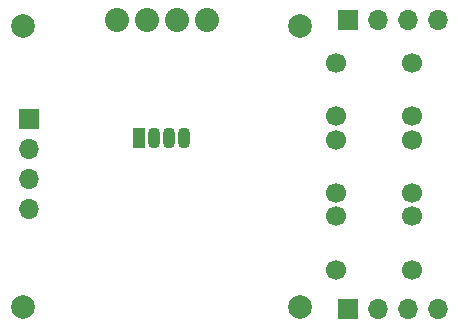
<source format=gbr>
%TF.GenerationSoftware,KiCad,Pcbnew,(6.0.1-0)*%
%TF.CreationDate,2022-03-07T17:04:26+09:00*%
%TF.ProjectId,qLAMP-lcd,714c414d-502d-46c6-9364-2e6b69636164,rev?*%
%TF.SameCoordinates,Original*%
%TF.FileFunction,Soldermask,Bot*%
%TF.FilePolarity,Negative*%
%FSLAX46Y46*%
G04 Gerber Fmt 4.6, Leading zero omitted, Abs format (unit mm)*
G04 Created by KiCad (PCBNEW (6.0.1-0)) date 2022-03-07 17:04:26*
%MOMM*%
%LPD*%
G01*
G04 APERTURE LIST*
%ADD10R,1.064920X1.800000*%
%ADD11O,1.064920X1.800000*%
%ADD12O,2.032000X2.032000*%
%ADD13C,2.000000*%
%ADD14R,1.700000X1.700000*%
%ADD15O,1.700000X1.700000*%
%ADD16C,1.700000*%
G04 APERTURE END LIST*
D10*
%TO.C,D1*%
X144285005Y-101259996D03*
D11*
X145555005Y-101259996D03*
X146825005Y-101259996D03*
X148095005Y-101259996D03*
%TD*%
D12*
%TO.C,D2*%
X150000000Y-91260000D03*
X147460000Y-91260000D03*
X144920000Y-91260000D03*
X142380000Y-91260000D03*
D13*
X134440000Y-91760000D03*
X157940000Y-115560000D03*
X157940000Y-91760000D03*
X134440000Y-115560000D03*
%TD*%
D14*
%TO.C,J1*%
X161940000Y-91260000D03*
D15*
X164480000Y-91260000D03*
X167020000Y-91260000D03*
X169560000Y-91260000D03*
%TD*%
D14*
%TO.C,J3*%
X134940000Y-99700000D03*
D15*
X134940000Y-102240000D03*
X134940000Y-104779999D03*
X134940000Y-107320000D03*
%TD*%
D16*
%TO.C,SW3*%
X160940000Y-107910000D03*
X167440000Y-107910000D03*
X160940000Y-112410000D03*
X167440000Y-112410000D03*
%TD*%
%TO.C,SW2*%
X160940000Y-101410000D03*
X167440000Y-101410000D03*
X160940000Y-105910000D03*
X167440000Y-105910000D03*
%TD*%
%TO.C,SW1*%
X160940000Y-94910000D03*
X167440000Y-94910000D03*
X160940000Y-99410000D03*
X167440000Y-99410000D03*
%TD*%
D14*
%TO.C,J2*%
X161940000Y-115760000D03*
D15*
X164480000Y-115760000D03*
X167020000Y-115760000D03*
X169560000Y-115760000D03*
%TD*%
M02*

</source>
